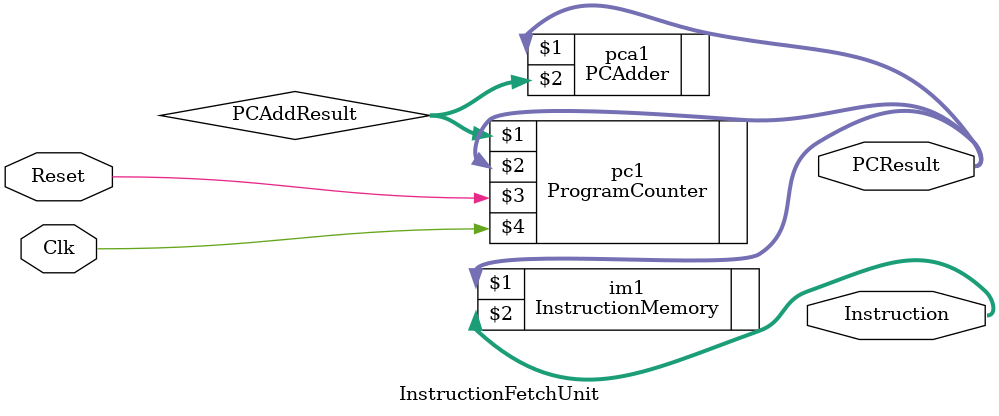
<source format=v>
`timescale 1ns / 1ps


module InstructionFetchUnit(Instruction, PCResult, Reset, Clk);
    input Reset;
    input Clk;
    output [31:0] Instruction;
    output [31:0] PCResult;
    
    wire [31:0] PCAddResult;
    
    ProgramCounter pc1(PCAddResult, PCResult, Reset, Clk);
    
    InstructionMemory im1(PCResult, Instruction);
    
    PCAdder pca1(PCResult, PCAddResult);
    
endmodule


</source>
